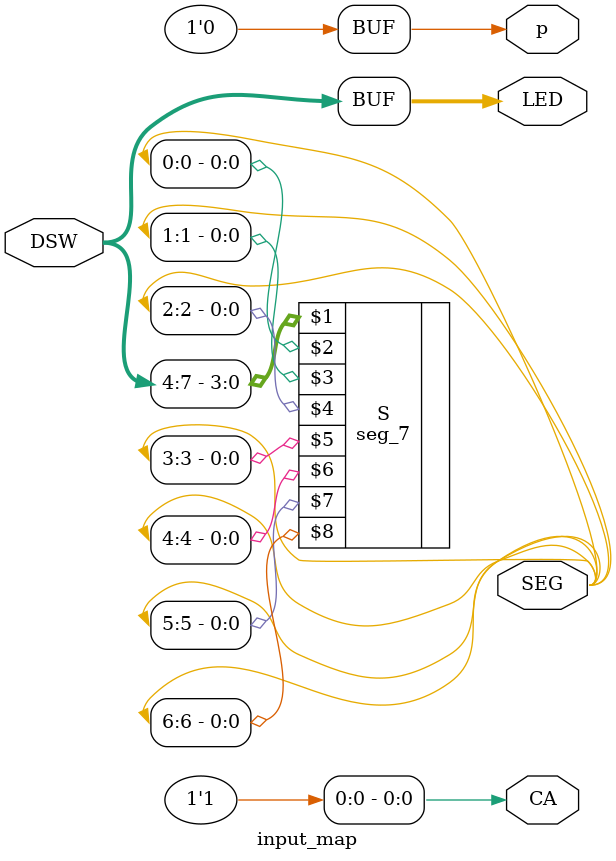
<source format=v>
module input_map(LED, SEG, CA, DSW, p);
input [0:7] DSW;
output [0:7] LED, SEG;
output [0:3] CA;
output p;

assign p = 1'b0;

seg_7 S (DSW[4:7], SEG[0], SEG[1], SEG[2], SEG[3], SEG[4], SEG[5], SEG[6]);
assign LED[0:7] = DSW[0:7];
assign CA[0] = 1'b1;

endmodule
</source>
